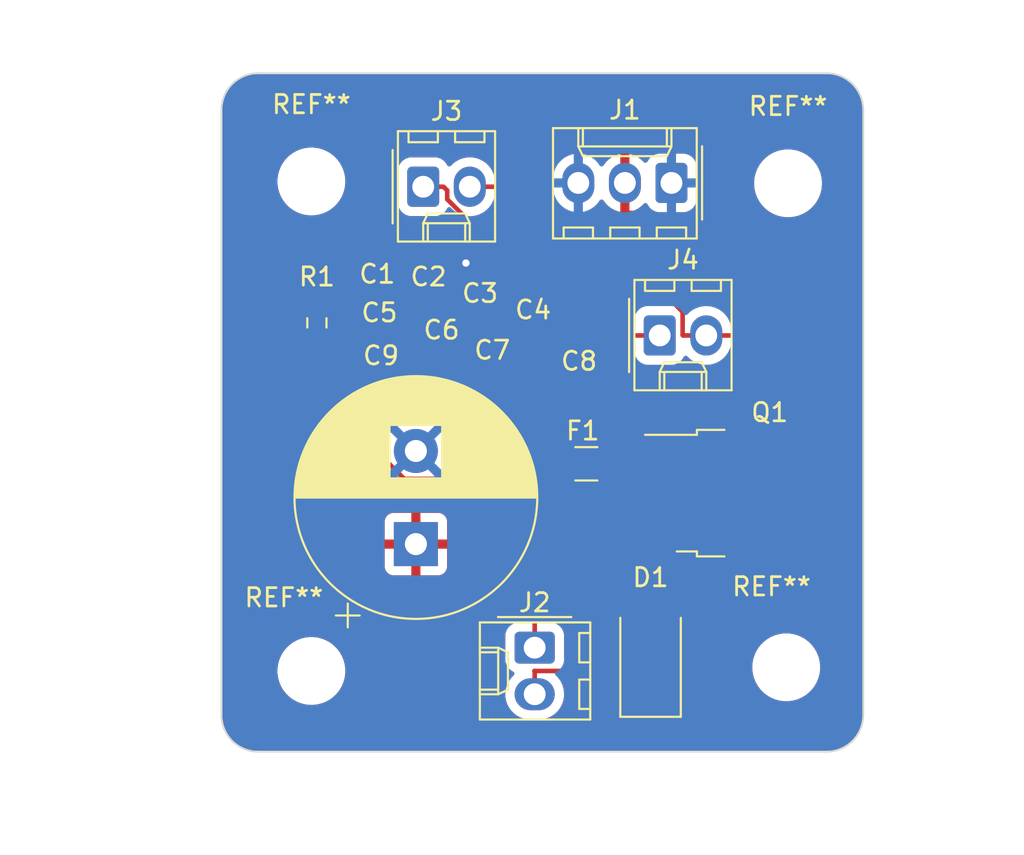
<source format=kicad_pcb>
(kicad_pcb (version 20240108) (generator "pcbnew") (generator_version "8.0")
  (title_block (title "proj2_horns") (date "2024-09-29") (rev "1.0") (company "Illini Solar Car") (comment 1 "Designed By: Isha Shah"))
  (layers (0 "F.Cu" signal) (31 "B.Cu" signal) (34 "B.Paste" user) (35 "F.Paste" user) (36 "B.SilkS" user "B.Silkscreen") (37 "F.SilkS" user "F.Silkscreen") (38 "B.Mask" user) (39 "F.Mask" user) (44 "Edge.Cuts" user))
  (net 0 "")
  (net 1 "Net-(C1-Pad2)")
  (net 2 "GND")
  (net 3 "+24V")
  (net 4 "Net-(D1-K)")
  (net 5 "/horn_ctl")
  (net 6 "Net-(Q1-S)")
  (net 7 "/horn out 1")
  (net 8 "/horn out 2")
  (footprint "MountingHole:MountingHole_3.2mm_M3" (layer "F.Cu") (at 158.9 81)
    (property "Reference" "REF**" (at 0 -4.2 0) (layer "F.SilkS"))
    (property "Value" "MountingHole_3.2mm_M3")
    (pad "" np_thru_hole circle (at 0 0) (size 3.2 3.2) (drill 3.2) (layers "*.Cu" "*.Mask"))
  )
  (footprint "Connector_Molex:Molex_KK-254_AE-6410-02A_1x02_P2.54mm_Vertical" (layer "F.Cu") (at 145.08 106.33 -90)
    (property "Reference" "J2" (at -2.46 0 0) (layer "F.SilkS"))
    (property "Value" "Conn_01x02")
    (fp_line (start -1.38 2.99) (end 3.92 2.99) (stroke (width 0.12)) (layer "F.SilkS"))
    (fp_line (start 0 2.99) (end 0 1.99) (stroke (width 0.12)) (layer "F.SilkS"))
    (fp_line (start 0.25 2.99) (end 0.25 1.99) (stroke (width 0.12)) (layer "F.SilkS"))
    (fp_line (start 2.29 2.99) (end 2.29 1.99) (stroke (width 0.12)) (layer "F.SilkS"))
    (fp_line (start 3.92 2.99) (end 3.92 -3.03) (stroke (width 0.12)) (layer "F.SilkS"))
    (fp_line (start 0 1.99) (end 2.54 1.99) (stroke (width 0.12)) (layer "F.SilkS"))
    (fp_line (start 0 1.99) (end 0.25 1.46) (stroke (width 0.12)) (layer "F.SilkS"))
    (fp_line (start 2.54 1.99) (end 2.54 2.99) (stroke (width 0.12)) (layer "F.SilkS"))
    (fp_line (start 0.25 1.46) (end 2.29 1.46) (stroke (width 0.12)) (layer "F.SilkS"))
    (fp_line (start 2.29 1.46) (end 2.54 1.99) (stroke (width 0.12)) (layer "F.SilkS"))
    (fp_line (start -1.67 -2) (end -1.67 2) (stroke (width 0.12)) (layer "F.SilkS"))
    (fp_line (start -0.8 -2.43) (end 0.8 -2.43) (stroke (width 0.12)) (layer "F.SilkS"))
    (fp_line (start 0.8 -2.43) (end 0.8 -3.03) (stroke (width 0.12)) (layer "F.SilkS"))
    (fp_line (start 1.74 -2.43) (end 3.34 -2.43) (stroke (width 0.12)) (layer "F.SilkS"))
    (fp_line (start 3.34 -2.43) (end 3.34 -3.03) (stroke (width 0.12)) (layer "F.SilkS"))
    (fp_line (start -1.38 -3.03) (end -1.38 2.99) (stroke (width 0.12)) (layer "F.SilkS"))
    (fp_line (start -0.8 -3.03) (end -0.8 -2.43) (stroke (width 0.12)) (layer "F.SilkS"))
    (fp_line (start 1.74 -3.03) (end 1.74 -2.43) (stroke (width 0.12)) (layer "F.SilkS"))
    (fp_line (start 3.92 -3.03) (end -1.38 -3.03) (stroke (width 0.12)) (layer "F.SilkS"))
    (pad "1" thru_hole roundrect (at 0 0 270) (size 1.74 2.19) (drill 1.19) (layers "*.Cu" "*.Mask") (roundrect_rratio 0.143678) (net 5 "/horn_ctl"))
    (pad "2" thru_hole oval (at 2.54 0 270) (size 1.74 2.19) (drill 1.19) (layers "*.Cu" "*.Mask") (net 4 "Net-(D1-K)"))
  )
  (footprint "layout:Fuse_1206_3216Metric" (layer "F.Cu") (at 147.9 96.3)
    (property "Reference" "F1" (at -0.2 -1.8 0) (layer "F.SilkS"))
    (property "Value" "2A")
    (fp_line (start -0.602064 -0.91) (end 0.602064 -0.91) (stroke (width 0.12)) (layer "F.SilkS"))
    (fp_line (start -0.602064 0.91) (end 0.602064 0.91) (stroke (width 0.12)) (layer "F.SilkS"))
    (pad "1" smd roundrect (at -1.4 0) (size 1.25 1.75) (layers "F.Cu" "F.Paste" "F.Mask") (roundrect_rratio 0.2) (net 5 "/horn_ctl"))
    (pad "2" smd roundrect (at 1.4 0) (size 1.25 1.75) (layers "F.Cu" "F.Paste" "F.Mask") (roundrect_rratio 0.2) (net 6 "Net-(Q1-S)"))
  )
  (footprint "Package_TO_SOT_SMD:TO-252-2" (layer "F.Cu") (at 156.4 97.9)
    (property "Reference" "Q1" (at 1.5 -4.4 180) (layer "F.SilkS"))
    (property "Value" "SUD08P06-155L")
    (fp_line (start -2.47 -3.45) (end -2.47 -3.18) (stroke (width 0.12)) (layer "F.SilkS"))
    (fp_line (start -2.47 -3.18) (end -5.3 -3.18) (stroke (width 0.12)) (layer "F.SilkS"))
    (fp_line (start -2.47 3.18) (end -3.57 3.18) (stroke (width 0.12)) (layer "F.SilkS"))
    (fp_line (start -2.47 3.45) (end -2.47 3.18) (stroke (width 0.12)) (layer "F.SilkS"))
    (fp_line (start -0.97 -3.45) (end -2.47 -3.45) (stroke (width 0.12)) (layer "F.SilkS"))
    (fp_line (start -0.97 3.45) (end -2.47 3.45) (stroke (width 0.12)) (layer "F.SilkS"))
    (pad "1" smd rect (at -4.2 -2.28) (size 2.2 1.2) (layers "F.Cu" "F.Paste" "F.Mask") (net 2 "GND"))
    (pad "2" smd rect (at 2.1 0) (size 6.4 5.8) (layers "F.Cu" "F.Mask") (net 7 "/horn out 1"))
    (pad "3" smd rect (at -4.2 2.28) (size 2.2 1.2) (layers "F.Cu" "F.Paste" "F.Mask") (net 6 "Net-(Q1-S)"))
  )
  (footprint "Capacitor_SMD:C_0201_0603Metric_Pad0.64x0.40mm_HandSolder" (layer "F.Cu") (at 146.7 91.9)
    (property "Reference" "C8" (at 0.8 -1.2 180) (layer "F.SilkS"))
    (property "Value" "10uF")
    (pad "1" smd roundrect (at -0.4075 0) (size 0.635 0.4) (layers "F.Cu" "F.Mask") (net 2 "GND"))
    (pad "2" smd roundrect (at 0.4075 0) (size 0.635 0.4) (layers "F.Cu" "F.Mask") (net 3 "+24V"))
  )
  (footprint "MountingHole:MountingHole_3.2mm_M3" (layer "F.Cu") (at 132.9 107.6)
    (property "Reference" "REF**" (at -1.5 -4 0) (layer "F.SilkS"))
    (property "Value" "MountingHole_3.2mm_M3")
    (pad "" np_thru_hole circle (at 0 0) (size 3.2 3.2) (drill 3.2) (layers "*.Cu" "*.Mask"))
  )
  (footprint "Connector_Molex:Molex_KK-254_AE-6410-03A_1x03_P2.54mm_Vertical" (layer "F.Cu") (at 152.54 80.98 180)
    (property "Reference" "J1" (at 2.54 3.98 180) (layer "F.SilkS"))
    (property "Value" "Conn_01x03")
    (fp_line (start 6.46 2.99) (end 6.46 -3.03) (stroke (width 0.12)) (layer "F.SilkS"))
    (fp_line (start 6.46 -3.03) (end -1.38 -3.03) (stroke (width 0.12)) (layer "F.SilkS"))
    (fp_line (start 5.88 -2.43) (end 5.88 -3.03) (stroke (width 0.12)) (layer "F.SilkS"))
    (fp_line (start 5.08 1.99) (end 5.08 2.99) (stroke (width 0.12)) (layer "F.SilkS"))
    (fp_line (start 4.83 2.99) (end 4.83 1.99) (stroke (width 0.12)) (layer "F.SilkS"))
    (fp_line (start 4.83 1.46) (end 5.08 1.99) (stroke (width 0.12)) (layer "F.SilkS"))
    (fp_line (start 4.28 -2.43) (end 5.88 -2.43) (stroke (width 0.12)) (layer "F.SilkS"))
    (fp_line (start 4.28 -3.03) (end 4.28 -2.43) (stroke (width 0.12)) (layer "F.SilkS"))
    (fp_line (start 3.34 -2.43) (end 3.34 -3.03) (stroke (width 0.12)) (layer "F.SilkS"))
    (fp_line (start 1.74 -2.43) (end 3.34 -2.43) (stroke (width 0.12)) (layer "F.SilkS"))
    (fp_line (start 1.74 -3.03) (end 1.74 -2.43) (stroke (width 0.12)) (layer "F.SilkS"))
    (fp_line (start 0.8 -2.43) (end 0.8 -3.03) (stroke (width 0.12)) (layer "F.SilkS"))
    (fp_line (start 0.25 2.99) (end 0.25 1.99) (stroke (width 0.12)) (layer "F.SilkS"))
    (fp_line (start 0.25 1.46) (end 4.83 1.46) (stroke (width 0.12)) (layer "F.SilkS"))
    (fp_line (start 0 2.99) (end 0 1.99) (stroke (width 0.12)) (layer "F.SilkS"))
    (fp_line (start 0 1.99) (end 5.08 1.99) (stroke (width 0.12)) (layer "F.SilkS"))
    (fp_line (start 0 1.99) (end 0.25 1.46) (stroke (width 0.12)) (layer "F.SilkS"))
    (fp_line (start -0.8 -2.43) (end 0.8 -2.43) (stroke (width 0.12)) (layer "F.SilkS"))
    (fp_line (start -0.8 -3.03) (end -0.8 -2.43) (stroke (width 0.12)) (layer "F.SilkS"))
    (fp_line (start -1.38 2.99) (end 6.46 2.99) (stroke (width 0.12)) (layer "F.SilkS"))
    (fp_line (start -1.38 -3.03) (end -1.38 2.99) (stroke (width 0.12)) (layer "F.SilkS"))
    (fp_line (start -1.67 -2) (end -1.67 2) (stroke (width 0.12)) (layer "F.SilkS"))
    (pad "1" thru_hole roundrect (at 0 0 180) (size 1.74 2.19) (drill 1.19) (layers "*.Cu" "*.Mask") (roundrect_rratio 0.143678) (net 2 "GND"))
    (pad "2" thru_hole oval (at 2.54 0 180) (size 1.74 2.19) (drill 1.19) (layers "*.Cu" "*.Mask") (net 3 "+24V"))
    (pad "3" thru_hole oval (at 5.08 0 180) (size 1.74 2.19) (drill 1.19) (layers "*.Cu" "*.Mask") (net 2 "GND"))
  )
  (footprint "Capacitor_SMD:C_0201_0603Metric_Pad0.64x0.40mm_HandSolder" (layer "F.Cu") (at 145.1 88.9)
    (property "Reference" "C4" (at -0.1075 -1 0) (layer "F.SilkS"))
    (property "Value" ".1uF")
    (pad "1" smd roundrect (at -0.4075 0) (size 0.635 0.4) (layers "F.Cu" "F.Mask") (net 2 "GND"))
    (pad "2" smd roundrect (at 0.4075 0) (size 0.635 0.4) (layers "F.Cu" "F.Mask") (net 3 "+24V"))
  )
  (footprint "Capacitor_SMD:C_0201_0603Metric_Pad0.64x0.40mm_HandSolder" (layer "F.Cu") (at 142.1675 88)
    (property "Reference" "C3" (at -0.0675 -1 0) (layer "F.SilkS"))
    (property "Value" ".1uF")
    (pad "1" smd roundrect (at -0.4075 0) (size 0.635 0.4) (layers "F.Cu" "F.Mask") (net 2 "GND"))
    (pad "2" smd roundrect (at 0.4075 0) (size 0.635 0.4) (layers "F.Cu" "F.Mask") (net 3 "+24V"))
  )
  (footprint "Capacitor_SMD:C_0201_0603Metric_Pad0.64x0.40mm_HandSolder" (layer "F.Cu") (at 136.6925 89.1)
    (property "Reference" "C5" (at -0.0825 -1.04 0) (layer "F.SilkS"))
    (property "Value" "1uF")
    (pad "1" smd roundrect (at -0.4075 0) (size 0.635 0.4) (layers "F.Cu" "F.Mask") (net 2 "GND"))
    (pad "2" smd roundrect (at 0.4075 0) (size 0.635 0.4) (layers "F.Cu" "F.Mask") (net 3 "+24V"))
  )
  (footprint "Diode_SMD:D_SMA" (layer "F.Cu") (at 151.4 106.7 90)
    (property "Reference" "D1" (at 4.2 0 180) (layer "F.SilkS"))
    (property "Value" "US2DA")
    (fp_line (start -3.4 -1.65) (end 2 -1.65) (stroke (width 0.12)) (layer "F.SilkS"))
    (fp_line (start -3.4 -1.65) (end -3.4 1.65) (stroke (width 0.12)) (layer "F.SilkS"))
    (fp_line (start -3.4 1.65) (end 2 1.65) (stroke (width 0.12)) (layer "F.SilkS"))
    (pad "1" smd rect (at -2 0 90) (size 2.5 1.8) (layers "F.Cu" "F.Paste" "F.Mask") (net 4 "Net-(D1-K)"))
    (pad "2" smd rect (at 2 0 90) (size 2.5 1.8) (layers "F.Cu" "F.Paste" "F.Mask") (net 3 "+24V"))
  )
  (footprint "layout:CP_Radial_D13.0mm_P5.08mm" (layer "F.Cu") (at 138.6 100.68 90)
    (property "Reference" "C9" (at 10.28 -1.9 180) (layer "F.SilkS"))
    (property "Value" "C_Polarized 100uF")
    (fp_line (start 2.62 -6.58) (end 2.62 6.58) (stroke (width 0.12)) (layer "F.SilkS"))
    (fp_line (start 2.58 -6.58) (end 2.58 6.58) (stroke (width 0.12)) (layer "F.SilkS"))
    (fp_line (start 2.54 -6.58) (end 2.54 6.58) (stroke (width 0.12)) (layer "F.SilkS"))
    (fp_line (start 2.7 -6.579) (end 2.7 6.579) (stroke (width 0.12)) (layer "F.SilkS"))
    (fp_line (start 2.66 -6.579) (end 2.66 6.579) (stroke (width 0.12)) (layer "F.SilkS"))
    (fp_line (start 2.74 -6.577) (end 2.74 6.577) (stroke (width 0.12)) (layer "F.SilkS"))
    (fp_line (start 2.78 -6.576) (end 2.78 6.576) (stroke (width 0.12)) (layer "F.SilkS"))
    (fp_line (start 2.82 -6.575) (end 2.82 6.575) (stroke (width 0.12)) (layer "F.SilkS"))
    (fp_line (start 2.86 -6.573) (end 2.86 6.573) (stroke (width 0.12)) (layer "F.SilkS"))
    (fp_line (start 2.9 -6.571) (end 2.9 6.571) (stroke (width 0.12)) (layer "F.SilkS"))
    (fp_line (start 2.94 -6.568) (end 2.94 6.568) (stroke (width 0.12)) (layer "F.SilkS"))
    (fp_line (start 2.98 -6.566) (end 2.98 6.566) (stroke (width 0.12)) (layer "F.SilkS"))
    (fp_line (start 3.02 -6.563) (end 3.02 6.563) (stroke (width 0.12)) (layer "F.SilkS"))
    (fp_line (start 3.06 -6.56) (end 3.06 6.56) (stroke (width 0.12)) (layer "F.SilkS"))
    (fp_line (start 3.1 -6.557) (end 3.1 6.557) (stroke (width 0.12)) (layer "F.SilkS"))
    (fp_line (start 3.14 -6.553) (end 3.14 6.553) (stroke (width 0.12)) (layer "F.SilkS"))
    (fp_line (start 3.18 -6.549) (end 3.18 6.549) (stroke (width 0.12)) (layer "F.SilkS"))
    (fp_line (start 3.22 -6.545) (end 3.22 6.545) (stroke (width 0.12)) (layer "F.SilkS"))
    (fp_line (start 3.261 -6.541) (end 3.261 6.541) (stroke (width 0.12)) (layer "F.SilkS"))
    (fp_line (start 3.301 -6.537) (end 3.301 6.537) (stroke (width 0.12)) (layer "F.SilkS"))
    (fp_line (start 3.341 -6.532) (end 3.341 6.532) (stroke (width 0.12)) (layer "F.SilkS"))
    (fp_line (start 3.381 -6.527) (end 3.381 6.527) (stroke (width 0.12)) (layer "F.SilkS"))
    (fp_line (start 3.421 -6.522) (end 3.421 6.522) (stroke (width 0.12)) (layer "F.SilkS"))
    (fp_line (start 3.461 -6.516) (end 3.461 6.516) (stroke (width 0.12)) (layer "F.SilkS"))
    (fp_line (start 3.501 -6.511) (end 3.501 6.511) (stroke (width 0.12)) (layer "F.SilkS"))
    (fp_line (start 3.541 -6.505) (end 3.541 6.505) (stroke (width 0.12)) (layer "F.SilkS"))
    (fp_line (start 3.581 -6.498) (end 3.581 6.498) (stroke (width 0.12)) (layer "F.SilkS"))
    (fp_line (start 3.621 -6.492) (end 3.621 -1.44) (stroke (width 0.12)) (layer "F.SilkS"))
    (fp_line (start 3.661 -6.485) (end 3.661 -1.44) (stroke (width 0.12)) (layer "F.SilkS"))
    (fp_line (start 3.701 -6.478) (end 3.701 -1.44) (stroke (width 0.12)) (layer "F.SilkS"))
    (fp_line (start 3.741 -6.471) (end 3.741 -1.44) (stroke (width 0.12)) (layer "F.SilkS"))
    (fp_line (start 3.781 -6.463) (end 3.781 -1.44) (stroke (width 0.12)) (layer "F.SilkS"))
    (fp_line (start 3.821 -6.456) (end 3.821 -1.44) (stroke (width 0.12)) (layer "F.SilkS"))
    (fp_line (start 3.861 -6.448) (end 3.861 -1.44) (stroke (width 0.12)) (layer "F.SilkS"))
    (fp_line (start 3.901 -6.439) (end 3.901 -1.44) (stroke (width 0.12)) (layer "F.SilkS"))
    (fp_line (start 3.941 -6.431) (end 3.941 -1.44) (stroke (width 0.12)) (layer "F.SilkS"))
    (fp_line (start 3.981 -6.422) (end 3.981 -1.44) (stroke (width 0.12)) (layer "F.SilkS"))
    (fp_line (start 4.021 -6.413) (end 4.021 -1.44) (stroke (width 0.12)) (layer "F.SilkS"))
    (fp_line (start 4.061 -6.404) (end 4.061 -1.44) (stroke (width 0.12)) (layer "F.SilkS"))
    (fp_line (start 4.101 -6.394) (end 4.101 -1.44) (stroke (width 0.12)) (layer "F.SilkS"))
    (fp_line (start 4.141 -6.384) (end 4.141 -1.44) (stroke (width 0.12)) (layer "F.SilkS"))
    (fp_line (start 4.181 -6.374) (end 4.181 -1.44) (stroke (width 0.12)) (layer "F.SilkS"))
    (fp_line (start 4.221 -6.364) (end 4.221 -1.44) (stroke (width 0.12)) (layer "F.SilkS"))
    (fp_line (start 4.261 -6.353) (end 4.261 -1.44) (stroke (width 0.12)) (layer "F.SilkS"))
    (fp_line (start 4.301 -6.342) (end 4.301 -1.44) (stroke (width 0.12)) (layer "F.SilkS"))
    (fp_line (start 4.341 -6.331) (end 4.341 -1.44) (stroke (width 0.12)) (layer "F.SilkS"))
    (fp_line (start 4.381 -6.32) (end 4.381 -1.44) (stroke (width 0.12)) (layer "F.SilkS"))
    (fp_line (start 4.421 -6.308) (end 4.421 -1.44) (stroke (width 0.12)) (layer "F.SilkS"))
    (fp_line (start 4.461 -6.296) (end 4.461 -1.44) (stroke (width 0.12)) (layer "F.SilkS"))
    (fp_line (start 4.501 -6.284) (end 4.501 -1.44) (stroke (width 0.12)) (layer "F.SilkS"))
    (fp_line (start 4.541 -6.271) (end 4.541 -1.44) (stroke (width 0.12)) (layer "F.SilkS"))
    (fp_line (start 4.581 -6.258) (end 4.581 -1.44) (stroke (width 0.12)) (layer "F.SilkS"))
    (fp_line (start 4.621 -6.245) (end 4.621 -1.44) (stroke (width 0.12)) (layer "F.SilkS"))
    (fp_line (start 4.661 -6.232) (end 4.661 -1.44) (stroke (width 0.12)) (layer "F.SilkS"))
    (fp_line (start 4.701 -6.218) (end 4.701 -1.44) (stroke (width 0.12)) (layer "F.SilkS"))
    (fp_line (start 4.741 -6.204) (end 4.741 -1.44) (stroke (width 0.12)) (layer "F.SilkS"))
    (fp_line (start 4.781 -6.19) (end 4.781 -1.44) (stroke (width 0.12)) (layer "F.SilkS"))
    (fp_line (start 4.821 -6.175) (end 4.821 -1.44) (stroke (width 0.12)) (layer "F.SilkS"))
    (fp_line (start 4.861 -6.161) (end 4.861 -1.44) (stroke (width 0.12)) (layer "F.SilkS"))
    (fp_line (start 4.901 -6.146) (end 4.901 -1.44) (stroke (width 0.12)) (layer "F.SilkS"))
    (fp_line (start 4.941 -6.13) (end 4.941 -1.44) (stroke (width 0.12)) (layer "F.SilkS"))
    (fp_line (start 4.981 -6.114) (end 4.981 -1.44) (stroke (width 0.12)) (layer "F.SilkS"))
    (fp_line (start 5.021 -6.098) (end 5.021 -1.44) (stroke (width 0.12)) (layer "F.SilkS"))
    (fp_line (start 5.061 -6.082) (end 5.061 -1.44) (stroke (width 0.12)) (layer "F.SilkS"))
    (fp_line (start 5.101 -6.065) (end 5.101 -1.44) (stroke (width 0.12)) (layer "F.SilkS"))
    (fp_line (start 5.141 -6.049) (end 5.141 -1.44) (stroke (width 0.12)) (layer "F.SilkS"))
    (fp_line (start 5.181 -6.031) (end 5.181 -1.44) (stroke (width 0.12)) (layer "F.SilkS"))
    (fp_line (start 5.221 -6.014) (end 5.221 -1.44) (stroke (width 0.12)) (layer "F.SilkS"))
    (fp_line (start 5.261 -5.996) (end 5.261 -1.44) (stroke (width 0.12)) (layer "F.SilkS"))
    (fp_line (start 5.301 -5.978) (end 5.301 -1.44) (stroke (width 0.12)) (layer "F.SilkS"))
    (fp_line (start 5.341 -5.959) (end 5.341 -1.44) (stroke (width 0.12)) (layer "F.SilkS"))
    (fp_line (start 5.381 -5.94) (end 5.381 -1.44) (stroke (width 0.12)) (layer "F.SilkS"))
    (fp_line (start 5.421 -5.921) (end 5.421 -1.44) (stroke (width 0.12)) (layer "F.SilkS"))
    (fp_line (start 5.461 -5.902) (end 5.461 -1.44) (stroke (width 0.12)) (layer "F.SilkS"))
    (fp_line (start 5.501 -5.882) (end 5.501 -1.44) (stroke (width 0.12)) (layer "F.SilkS"))
    (fp_line (start 5.541 -5.862) (end 5.541 -1.44) (stroke (width 0.12)) (layer "F.SilkS"))
    (fp_line (start 5.581 -5.841) (end 5.581 -1.44) (stroke (width 0.12)) (layer "F.SilkS"))
    (fp_line (start 5.621 -5.82) (end 5.621 -1.44) (stroke (width 0.12)) (layer "F.SilkS"))
    (fp_line (start 5.661 -5.799) (end 5.661 -1.44) (stroke (width 0.12)) (layer "F.SilkS"))
    (fp_line (start 5.701 -5.778) (end 5.701 -1.44) (stroke (width 0.12)) (layer "F.SilkS"))
    (fp_line (start 5.741 -5.756) (end 5.741 -1.44) (stroke (width 0.12)) (layer "F.SilkS"))
    (fp_line (start 5.781 -5.733) (end 5.781 -1.44) (stroke (width 0.12)) (layer "F.SilkS"))
    (fp_line (start 5.821 -5.711) (end 5.821 -1.44) (stroke (width 0.12)) (layer "F.SilkS"))
    (fp_line (start 5.861 -5.688) (end 5.861 -1.44) (stroke (width 0.12)) (layer "F.SilkS"))
    (fp_line (start 5.901 -5.664) (end 5.901 -1.44) (stroke (width 0.12)) (layer "F.SilkS"))
    (fp_line (start 5.941 -5.641) (end 5.941 -1.44) (stroke (width 0.12)) (layer "F.SilkS"))
    (fp_line (start 5.981 -5.617) (end 5.981 -1.44) (stroke (width 0.12)) (layer "F.SilkS"))
    (fp_line (start 6.021 -5.592) (end 6.021 -1.44) (stroke (width 0.12)) (layer "F.SilkS"))
    (fp_line (start 6.061 -5.567) (end 6.061 -1.44) (stroke (width 0.12)) (layer "F.SilkS"))
    (fp_line (start 6.101 -5.542) (end 6.101 -1.44) (stroke (width 0.12)) (layer "F.SilkS"))
    (fp_line (start 6.141 -5.516) (end 6.141 -1.44) (stroke (width 0.12)) (layer "F.SilkS"))
    (fp_line (start 6.181 -5.49) (end 6.181 -1.44) (stroke (width 0.12)) (layer "F.SilkS"))
    (fp_line (start 6.221 -5.463) (end 6.221 -1.44) (stroke (width 0.12)) (layer "F.SilkS"))
    (fp_line (start 6.261 -5.436) (end 6.261 -1.44) (stroke (width 0.12)) (layer "F.SilkS"))
    (fp_line (start 6.301 -5.409) (end 6.301 -1.44) (stroke (width 0.12)) (layer "F.SilkS"))
    (fp_line (start 6.341 -5.381) (end 6.341 -1.44) (stroke (width 0.12)) (layer "F.SilkS"))
    (fp_line (start 6.381 -5.353) (end 6.381 -1.44) (stroke (width 0.12)) (layer "F.SilkS"))
    (fp_line (start 6.421 -5.324) (end 6.421 -1.44) (stroke (width 0.12)) (layer "F.SilkS"))
    (fp_line (start 6.461 -5.295) (end 6.461 -1.44) (stroke (width 0.12)) (layer "F.SilkS"))
    (fp_line (start 6.501 -5.265) (end 6.501 5.265) (stroke (width 0.12)) (layer "F.SilkS"))
    (fp_line (start 6.541 -5.235) (end 6.541 5.235) (stroke (width 0.12)) (layer "F.SilkS"))
    (fp_line (start 6.581 -5.205) (end 6.581 5.205) (stroke (width 0.12)) (layer "F.SilkS"))
    (fp_line (start 6.621 -5.174) (end 6.621 5.174) (stroke (width 0.12)) (layer "F.SilkS"))
    (fp_line (start 6.661 -5.142) (end 6.661 5.142) (stroke (width 0.12)) (layer "F.SilkS"))
    (fp_line (start 6.701 -5.11) (end 6.701 5.11) (stroke (width 0.12)) (layer "F.SilkS"))
    (fp_line (start 6.741 -5.078) (end 6.741 5.078) (stroke (width 0.12)) (layer "F.SilkS"))
    (fp_line (start 6.781 -5.044) (end 6.781 5.044) (stroke (width 0.12)) (layer "F.SilkS"))
    (fp_line (start 6.821 -5.011) (end 6.821 5.011) (stroke (width 0.12)) (layer "F.SilkS"))
    (fp_line (start 6.861 -4.977) (end 6.861 4.977) (stroke (width 0.12)) (layer "F.SilkS"))
    (fp_line (start 6.901 -4.942) (end 6.901 4.942) (stroke (width 0.12)) (layer "F.SilkS"))
    (fp_line (start 6.941 -4.907) (end 6.941 4.907) (stroke (width 0.12)) (layer "F.SilkS"))
    (fp_line (start 6.981 -4.871) (end 6.981 4.871) (stroke (width 0.12)) (layer "F.SilkS"))
    (fp_line (start 7.021 -4.834) (end 7.021 4.834) (stroke (width 0.12)) (layer "F.SilkS"))
    (fp_line (start 7.061 -4.797) (end 7.061 4.797) (stroke (width 0.12)) (layer "F.SilkS"))
    (fp_line (start 7.101 -4.76) (end 7.101 4.76) (stroke (width 0.12)) (layer "F.SilkS"))
    (fp_line (start 7.141 -4.721) (end 7.141 4.721) (stroke (width 0.12)) (layer "F.SilkS"))
    (fp_line (start 7.181 -4.682) (end 7.181 4.682) (stroke (width 0.12)) (layer "F.SilkS"))
    (fp_line (start 7.221 -4.643) (end 7.221 4.643) (stroke (width 0.12)) (layer "F.SilkS"))
    (fp_line (start 7.261 -4.602) (end 7.261 4.602) (stroke (width 0.12)) (layer "F.SilkS"))
    (fp_line (start 7.301 -4.561) (end 7.301 4.561) (stroke (width 0.12)) (layer "F.SilkS"))
    (fp_line (start 7.341 -4.519) (end 7.341 4.519) (stroke (width 0.12)) (layer "F.SilkS"))
    (fp_line (start 7.381 -4.477) (end 7.381 4.477) (stroke (width 0.12)) (layer "F.SilkS"))
    (fp_line (start 7.421 -4.434) (end 7.421 4.434) (stroke (width 0.12)) (layer "F.SilkS"))
    (fp_line (start 7.461 -4.39) (end 7.461 4.39) (stroke (width 0.12)) (layer "F.SilkS"))
    (fp_line (start -3.894569 -4.365) (end -3.894569 -3.065) (stroke (width 0.12)) (layer "F.SilkS"))
    (fp_line (start 7.501 -4.345) (end 7.501 4.345) (stroke (width 0.12)) (layer "F.SilkS"))
    (fp_line (start 7.541 -4.299) (end 7.541 4.299) (stroke (width 0.12)) (layer "F.SilkS"))
    (fp_line (start 7.581 -4.253) (end 7.581 4.253) (stroke (width 0.12)) (layer "F.SilkS"))
    (fp_line (start 7.621 -4.205) (end 7.621 4.205) (stroke (width 0.12)) (layer "F.SilkS"))
    (fp_line (start 7.661 -4.157) (end 7.661 4.157) (stroke (width 0.12)) (layer "F.SilkS"))
    (fp_line (start 7.701 -4.108) (end 7.701 4.108) (stroke (width 0.12)) (layer "F.SilkS"))
    (fp_line (start 7.741 -4.057) (end 7.741 4.057) (stroke (width 0.12)) (layer "F.SilkS"))
    (fp_line (start 7.781 -4.006) (end 7.781 4.006) (stroke (width 0.12)) (layer "F.SilkS"))
    (fp_line (start 7.821 -3.954) (end 7.821 3.954) (stroke (width 0.12)) (layer "F.SilkS"))
    (fp_line (start 7.861 -3.9) (end 7.861 3.9) (stroke (width 0.12)) (layer "F.SilkS"))
    (fp_line (start 7.901 -3.846) (end 7.901 3.846) (stroke (width 0.12)) (layer "F.SilkS"))
    (fp_line (start 7.941 -3.79) (end 7.941 3.79) (stroke (width 0.12)) (layer "F.SilkS"))
    (fp_line (start 7.981 -3.733) (end 7.981 3.733) (stroke (width 0.12)) (layer "F.SilkS"))
    (fp_line (start -4.544569 -3.715) (end -3.244569 -3.715) (stroke (width 0.12)) (layer "F.SilkS"))
    (fp_line (start 8.021 -3.675) (end 8.021 3.675) (stroke (width 0.12)) (layer "F.SilkS"))
    (fp_line (start 8.061 -3.615) (end 8.061 3.615) (stroke (width 0.12)) (layer "F.SilkS"))
    (fp_line (start 8.101 -3.554) (end 8.101 3.554) (stroke (width 0.12)) (layer "F.SilkS"))
    (fp_line (start 8.141 -3.491) (end 8.141 3.491) (stroke (width 0.12)) (layer "F.SilkS"))
    (fp_line (start 8.181 -3.427) (end 8.181 3.427) (stroke (width 0.12)) (layer "F.SilkS"))
    (fp_line (start 8.221 -3.361) (end 8.221 3.361) (stroke (width 0.12)) (layer "F.SilkS"))
    (fp_line (start 8.261 -3.293) (end 8.261 3.293) (stroke (width 0.12)) (layer "F.SilkS"))
    (fp_line (start 8.301 -3.223) (end 8.301 3.223) (stroke (width 0.12)) (layer "F.SilkS"))
    (fp_line (start 8.341 -3.152) (end 8.341 3.152) (stroke (width 0.12)) (layer "F.SilkS"))
    (fp_line (start 8.381 -3.078) (end 8.381 3.078) (stroke (width 0.12)) (layer "F.SilkS"))
    (fp_line (start 8.421 -3.002) (end 8.421 3.002) (stroke (width 0.12)) (layer "F.SilkS"))
    (fp_line (start 8.461 -2.923) (end 8.461 2.923) (stroke (width 0.12)) (layer "F.SilkS"))
    (fp_line (start 8.501 -2.842) (end 8.501 2.842) (stroke (width 0.12)) (layer "F.SilkS"))
    (fp_line (start 8.541 -2.758) (end 8.541 2.758) (stroke (width 0.12)) (layer "F.SilkS"))
    (fp_line (start 8.581 -2.67) (end 8.581 2.67) (stroke (width 0.12)) (layer "F.SilkS"))
    (fp_line (start 8.621 -2.579) (end 8.621 2.579) (stroke (width 0.12)) (layer "F.SilkS"))
    (fp_line (start 8.661 -2.484) (end 8.661 2.484) (stroke (width 0.12)) (layer "F.SilkS"))
    (fp_line (start 8.701 -2.385) (end 8.701 2.385) (stroke (width 0.12)) (layer "F.SilkS"))
    (fp_line (start 8.741 -2.281) (end 8.741 2.281) (stroke (width 0.12)) (layer "F.SilkS"))
    (fp_line (start 8.781 -2.171) (end 8.781 2.171) (stroke (width 0.12)) (layer "F.SilkS"))
    (fp_line (start 8.821 -2.055) (end 8.821 2.055) (stroke (width 0.12)) (layer "F.SilkS"))
    (fp_line (start 8.861 -1.931) (end 8.861 1.931) (stroke (width 0.12)) (layer "F.SilkS"))
    (fp_line (start 8.901 -1.798) (end 8.901 1.798) (stroke (width 0.12)) (layer "F.SilkS"))
    (fp_line (start 8.941 -1.653) (end 8.941 1.653) (stroke (width 0.12)) (layer "F.SilkS"))
    (fp_line (start 8.981 -1.494) (end 8.981 1.494) (stroke (width 0.12)) (layer "F.SilkS"))
    (fp_line (start 9.021 -1.315) (end 9.021 1.315) (stroke (width 0.12)) (layer "F.SilkS"))
    (fp_line (start 9.061 -1.107) (end 9.061 1.107) (stroke (width 0.12)) (layer "F.SilkS"))
    (fp_line (start 9.101 -0.85) (end 9.101 0.85) (stroke (width 0.12)) (layer "F.SilkS"))
    (fp_line (start 9.141 -0.475) (end 9.141 0.475) (stroke (width 0.12)) (layer "F.SilkS"))
    (fp_line (start 6.461 1.44) (end 6.461 5.295) (stroke (width 0.12)) (layer "F.SilkS"))
    (fp_line (start 6.421 1.44) (end 6.421 5.324) (stroke (width 0.12)) (layer "F.SilkS"))
    (fp_line (start 6.381 1.44) (end 6.381 5.353) (stroke (width 0.12)) (layer "F.SilkS"))
    (fp_line (start 6.341 1.44) (end 6.341 5.381) (stroke (width 0.12)) (layer "F.SilkS"))
    (fp_line (start 6.301 1.44) (end 6.301 5.409) (stroke (width 0.12)) (layer "F.SilkS"))
    (fp_line (start 6.261 1.44) (end 6.261 5.436) (stroke (width 0.12)) (layer "F.SilkS"))
    (fp_line (start 6.221 1.44) (end 6.221 5.463) (stroke (width 0.12)) (layer "F.SilkS"))
    (fp_line (start 6.181 1.44) (end 6.181 5.49) (stroke (width 0.12)) (layer "F.SilkS"))
    (fp_line (start 6.141 1.44) (end 6.141 5.516) (stroke (width 0.12)) (layer "F.SilkS"))
    (fp_line (start 6.101 1.44) (end 6.101 5.542) (stroke (width 0.12)) (layer "F.SilkS"))
    (fp_line (start 6.061 1.44) (end 6.061 5.567) (stroke (width 0.12)) (layer "F.SilkS"))
    (fp_line (start 6.021 1.44) (end 6.021 5.592) (stroke (width 0.12)) (layer "F.SilkS"))
    (fp_line (start 5.981 1.44) (end 5.981 5.617) (stroke (width 0.12)) (layer "F.SilkS"))
    (fp_line (start 5.941 1.44) (end 5.941 5.641) (stroke (width 0.12)) (layer "F.SilkS"))
    (fp_line (start 5.901 1.44) (end 5.901 5.664) (stroke (width 0.12)) (layer "F.SilkS"))
    (fp_line (start 5.861 1.44) (end 5.861 5.688) (stroke (width 0.12)) (layer "F.SilkS"))
    (fp_line (start 5.821 1.44) (end 5.821 5.711) (stroke (width 0.12)) (layer "F.SilkS"))
    (fp_line (start 5.781 1.44) (end 5.781 5.733) (stroke (width 0.12)) (layer "F.SilkS"))
    (fp_line (start 5.741 1.44) (end 5.741 5.756) (stroke (width 0.12)) (layer "F.SilkS"))
    (fp_line (start 5.701 1.44) (end 5.701 5.778) (stroke (width 0.12)) (layer "F.SilkS"))
    (fp_line (start 5.661 1.44) (end 5.661 5.799) (stroke (width 0.12)) (layer "F.SilkS"))
    (fp_line (start 5.621 1.44) (end 5.621 5.82) (stroke (width 0.12)) (layer "F.SilkS"))
    (fp_line (start 5.581 1.44) (end 5.581 5.841) (stroke (width 0.12)) (layer "F.SilkS"))
    (fp_line (start 5.541 1.44) (end 5.541 5.862) (stroke (width 0.12)) (layer "F.SilkS"))
    (fp_line (start 5.501 1.44) (end 5.501 5.882) (stroke (width 0.12)) (layer "F.SilkS"))
    (fp_line (start 5.461 1.44) (end 5.461 5.902) (stroke (width 0.12)) (layer "F.SilkS"))
    (fp_line (start 5.421 1.44) (end 5.421 5.921) (stroke (width 0.12)) (layer "F.SilkS"))
    (fp_line (start 5.381 1.44) (end 5.381 5.94) (stroke (width 0.12)) (layer "F.SilkS"))
    (fp_line (start 5.341 1.44) (end 5.341 5.959) (stroke (width 0.12)) (layer "F.SilkS"))
    (fp_line (start 5.301 1.44) (end 5.301 5.978) (stroke (width 0.12)) (layer "F.SilkS"))
    (fp_line (start 5.261 1.44) (end 5.261 5.996) (stroke (width 0.12)) (layer "F.SilkS"))
    (fp_line (start 5.221 1.44) (end 5.221 6.014) (stroke (width 0.12)) (layer "F.SilkS"))
    (fp_line (start 5.181 1.44) (end 5.181 6.031) (stroke (width 0.12)) (layer "F.SilkS"))
    (fp_line (start 5.141 1.44) (end 5.141 6.049) (stroke (width 0.12)) (layer "F.SilkS"))
    (fp_line (start 5.101 1.44) (end 5.101 6.065) (stroke (width 0.12)) (layer "F.SilkS"))
    (fp_line (start 5.061 1.44) (end 5.061 6.082) (stroke (width 0.12)) (layer "F.SilkS"))
    (fp_line (start 5.021 1.44) (end 5.021 6.098) (stroke (width 0.12)) (layer "F.SilkS"))
    (fp_line (start 4.981 1.44) (end 4.981 6.114) (stroke (width 0.12)) (layer "F.SilkS"))
    (fp_line (start 4.941 1.44) (end 4.941 6.13) (stroke (width 0.12)) (layer "F.SilkS"))
    (fp_line (start 4.901 1.44) (end 4.901 6.146) (stroke (width 0.12)) (layer "F.SilkS"))
    (fp_line (start 4.861 1.44) (end 4.861 6.161) (stroke (width 0.12)) (layer "F.SilkS"))
    (fp_line (start 4.821 1.44) (end 4.821 6.175) (stroke (width 0.12)) (layer "F.SilkS"))
    (fp_line (start 4.781 1.44) (end 4.781 6.19) (stroke (width 0.12)) (layer "F.SilkS"))
    (fp_line (start 4.741 1.44) (end 4.741 6.204) (stroke (width 0.12)) (layer "F.SilkS"))
    (fp_line (start 4.701 1.44) (end 4.701 6.218) (stroke (width 0.12)) (layer "F.SilkS"))
    (fp_line (start 4.661 1.44) (end 4.661 6.232) (stroke (width 0.12)) (layer "F.SilkS"))
    (fp_line (start 4.621 1.44) (end 4.621 6.245) (stroke (width 0.12)) (layer "F.SilkS"))
    (fp_line (start 4.581 1.44) (end 4.581 6.258) (stroke (width 0.12)) (layer "F.SilkS"))
    (fp_line (start 4.541 1.44) (end 4.541 6.271) (stroke (width 0.12)) (layer "F.SilkS"))
    (fp_line (start 4.501 1.44) (end 4.501 6.284) (stroke (width 0.12)) (layer "F.SilkS"))
    (fp_line (start 4.461 1.44) (end 4.461 6.296) (stroke (width 0.12)) (layer "F.SilkS"))
    (fp_line (start 4.421 1.44) (end 4.421 6.308) (stroke (width 0.12)) (layer "F.SilkS"))
    (fp_line (start 4.381 1.44) (end 4.381 6.32) (stroke (width 0.12)) (layer "F.SilkS"))
    (fp_line (start 4.341 1.44) (end 4.341 6.331) (stroke (width 0.12)) (layer "F.SilkS"))
    (fp_line (start 4.301 1.44) (end 4.301 6.342) (stroke (width 0.12)) (layer "F.SilkS"))
    (fp_line (start 4.261 1.44) (end 4.261 6.353) (stroke (width 0.12)) (layer "F.SilkS"))
    (fp_line (start 4.221 1.44) (end 4.221 6.364) (stroke (width 0.12)) (layer "F.SilkS"))
    (fp_line (start 4.181 1.44) (end 4.181 6.374) (stroke (width 0.12)) (layer "F.SilkS"))
    (fp_line (start 4.141 1.44) (end 4.141 6.384) (stroke (width 0.12)) (layer "F.SilkS"))
    (fp_line (start 4.101 1.44) (end 4.101 6.394) (stroke (width 0.12)) (layer "F.SilkS"))
    (fp_line (start 4.061 1.44) (end 4.061 6.404) (stroke (width 0.12)) (layer "F.SilkS"))
    (fp_line (start 4.021 1.44) (end 4.021 6.413) (stroke (width 0.12)) (layer "F.SilkS"))
    (fp_line (start 3.981 1.44) (end 3.981 6.422) (stroke (width 0.12)) (layer "F.SilkS"))
    (fp_line (start 3.941 1.44) (end 3.941 6.431) (stroke (width 0.12)) (layer "F.SilkS"))
    (fp_line (start 3.901 1.44) (end 3.901 6.439) (stroke (width 0.12)) (layer "F.SilkS"))
    (fp_line (start 3.861 1.44) (end 3.861 6.448) (stroke (width 0.12)) (layer "F.SilkS"))
    (fp_line (start 3.821 1.44) (end 3.821 6.456) (stroke (width 0.12)) (layer "F.SilkS"))
    (fp_line (start 3.781 1.44) (end 3.781 6.463) (stroke (width 0.12)) (layer "F.SilkS"))
    (fp_line (start 3.741 1.44) (end 3.741 6.471) (stroke (width 0.12)) (layer "F.SilkS"))
    (fp_line (start 3.701 1.44) (end 3.701 6.478) (stroke (width 0.12)) (layer "F.SilkS"))
    (fp_line (start 3.661 1.44) (end 3.661 6.485) (stroke (width 0.12)) (layer "F.SilkS"))
    (fp_line (start 3.621 1.44) (end 3.621 6.492) (stroke (width 0.12)) (layer "F.SilkS"))
    (fp_circle (center 2.54 0) (end 9.16 0) (stroke (width 0.12)) (fill none) (layer "F.SilkS"))
    (pad "1" thru_hole rect (at 0 0 90) (size 2.4 2.4) (drill 1.2) (layers "*.Cu" "*.Mask") (net 3 "+24V"))
    (pad "2" thru_hole circle (at 5.08 0 90) (size 2.4 2.4) (drill 1.2) (layers "*.Cu" "*.Mask") (net 2 "GND"))
  )
  (footprint "Capacitor_SMD:C_0201_0603Metric_Pad0.64x0.40mm_HandSolder" (layer "F.Cu") (at 136.4925 87)
    (property "Reference" "C1" (at 0 -1.05 0) (layer "F.SilkS"))
    (property "Value" ".1uF")
    (pad "1" smd roundrect (at -0.4075 0) (size 0.635 0.4) (layers "F.Cu" "F.Mask") (net 2 "GND"))
    (pad "2" smd roundrect (at 0.4075 0) (size 0.635 0.4) (layers "F.Cu" "F.Mask") (net 1 "Net-(C1-Pad2)"))
  )
  (footprint "Capacitor_SMD:C_0201_0603Metric_Pad0.64x0.40mm_HandSolder" (layer "F.Cu") (at 139.29 87.15)
    (property "Reference" "C2" (at 0 -1.05 0) (layer "F.SilkS"))
    (property "Value" ".1uF")
    (pad "1" smd roundrect (at -0.4075 0) (size 0.635 0.4) (layers "F.Cu" "F.Mask") (net 2 "GND"))
    (pad "2" smd roundrect (at 0.4075 0) (size 0.635 0.4) (layers "F.Cu" "F.Mask") (net 3 "+24V"))
  )
  (footprint "Connector_Molex:Molex_KK-254_AE-6410-02A_1x02_P2.54mm_Vertical" (layer "F.Cu") (at 139 81.1875)
    (property "Reference" "J3" (at 1.27 -4.12 0) (layer "F.SilkS"))
    (property "Value" "Conn_01x02")
    (fp_line (start -1.67 -2) (end -1.67 2) (stroke (width 0.12)) (layer "F.SilkS"))
    (fp_line (start -1.38 -3.03) (end -1.38 2.99) (stroke (width 0.12)) (layer "F.SilkS"))
    (fp_line (start -1.38 2.99) (end 3.92 2.99) (stroke (width 0.12)) (layer "F.SilkS"))
    (fp_line (start -0.8 -3.03) (end -0.8 -2.43) (stroke (width 0.12)) (layer "F.SilkS"))
    (fp_line (start -0.8 -2.43) (end 0.8 -2.43) (stroke (width 0.12)) (layer "F.SilkS"))
    (fp_line (start 0 1.99) (end 0.25 1.46) (stroke (width 0.12)) (layer "F.SilkS"))
    (fp_line (start 0 1.99) (end 2.54 1.99) (stroke (width 0.12)) (layer "F.SilkS"))
    (fp_line (start 0 2.99) (end 0 1.99) (stroke (width 0.12)) (layer "F.SilkS"))
    (fp_line (start 0.25 1.46) (end 2.29 1.46) (stroke (width 0.12)) (layer "F.SilkS"))
    (fp_line (start 0.25 2.99) (end 0.25 1.99) (stroke (width 0.12)) (layer "F.SilkS"))
    (fp_line (start 0.8 -2.43) (end 0.8 -3.03) (stroke (width 0.12)) (layer "F.SilkS"))
    (fp_line (start 1.74 -3.03) (end 1.74 -2.43) (stroke (width 0.12)) (layer "F.SilkS"))
    (fp_line (start 1.74 -2.43) (end 3.34 -2.43) (stroke (width 0.12)) (layer "F.SilkS"))
    (fp_line (start 2.29 1.46) (end 2.54 1.99) (stroke (width 0.12)) (layer "F.SilkS"))
    (fp_line (start 2.29 2.99) (end 2.29 1.99) (stroke (width 0.12)) (layer "F.SilkS"))
    (fp_line (start 2.54 1.99) (end 2.54 2.99) (stroke (width 0.12)) (layer "F.SilkS"))
    (fp_line (start 3.34 -2.43) (end 3.34 -3.03) (stroke (width 0.12)) (layer "F.SilkS"))
    (fp_line (start 3.92 -3.03) (end -1.38 -3.03) (stroke (width 0.12)) (layer "F.SilkS"))
    (fp_line (start 3.92 2.99) (end 3.92 -3.03) (stroke (width 0.12)) (layer "F.SilkS"))
    (pad "1" thru_hole roundrect (at 0 0) (size 1.74 2.19) (drill 1.19) (layers "*.Cu" "*.Mask") (roundrect_rratio 0.143678) (net 8 "/horn out 2"))
    (pad "2" thru_hole oval (at 2.54 0) (size 1.74 2.19) (drill 1.19) (layers "*.Cu" "*.Mask") (net 7 "/horn out 1"))
  )
  (footprint "Resistor_SMD:R_0603_1608Metric_Pad0.98x0.95mm_HandSolder" (layer "F.Cu") (at 133.2 88.6125 -90)
    (property "Reference" "R1" (at -2.5125 0 180) (layer "F.SilkS"))
    (property "Value" "1k")
    (fp_line (start -0.254724 0.5225) (end 0.254724 0.5225) (stroke (width 0.12)) (layer "F.SilkS"))
    (fp_line (start -0.254724 -0.5225) (end 0.254724 -0.5225) (stroke (width 0.12)) (layer "F.SilkS"))
    (pad "1" smd roundrect (at -0.9125 0 270) (size 0.975 0.95) (layers "F.Cu" "F.Paste" "F.Mask") (net 1 "Net-(C1-Pad2)"))
    (pad "2" smd roundrect (at 0.9125 0 270) (size 0.975 0.95) (layers "F.Cu" "F.Paste" "F.Mask") (net 5 "/horn_ctl"))
  )
  (footprint "MountingHole:MountingHole_3.2mm_M3" (layer "F.Cu") (at 158.8 107.4)
    (property "Reference" "REF**" (hide yes))
    (property "Value" "MountingHole_3.2mm_M3")
    (pad "" np_thru_hole circle (at 0 0) (size 3.2 3.2) (drill 3.2) (layers "*.Cu" "*.Mask"))
  )
  (footprint "Capacitor_SMD:C_0201_0603Metric_Pad0.64x0.40mm_HandSolder" (layer "F.Cu") (at 143.3675 91.1)
    (property "Reference" "C7" (at -0.6 -1 0) (layer "F.SilkS"))
    (property "Value" "10uF")
    (pad "1" smd roundrect (at -0.4075 0) (size 0.635 0.4) (layers "F.Cu" "F.Mask") (net 2 "GND"))
    (pad "2" smd roundrect (at 0.4075 0) (size 0.635 0.4) (layers "F.Cu" "F.Mask") (net 3 "+24V"))
  )
  (footprint "MountingHole:MountingHole_3.2mm_M3" (layer "F.Cu") (at 132.9 80.9)
    (property "Reference" "REF**" (at 0 -4.2 0) (layer "F.SilkS"))
    (property "Value" "MountingHole_3.2mm_M3")
    (pad "" np_thru_hole circle (at 0 0) (size 3.2 3.2) (drill 3.2) (layers "*.Cu" "*.Mask"))
  )
  (footprint "Capacitor_SMD:C_0201_0603Metric_Pad0.64x0.40mm_HandSolder" (layer "F.Cu") (at 139.9675 90)
    (property "Reference" "C6" (at 0.0325 -1 0) (layer "F.SilkS"))
    (property "Value" "1uF")
    (pad "1" smd roundrect (at -0.4075 0) (size 0.635 0.4) (layers "F.Cu" "F.Mask") (net 2 "GND"))
    (pad "2" smd roundrect (at 0.4075 0) (size 0.635 0.4) (layers "F.Cu" "F.Mask") (net 3 "+24V"))
  )
  (footprint "Connector_Molex:Molex_KK-254_AE-6410-02A_1x02_P2.54mm_Vertical" (layer "F.Cu") (at 151.9 89.3)
    (property "Reference" "J4" (at 1.27 -4.12 0) (layer "F.SilkS"))
    (property "Value" "Conn_01x02")
    (fp_line (start -1.67 -2) (end -1.67 2) (stroke (width 0.12)) (layer "F.SilkS"))
    (fp_line (start -1.38 -3.03) (end -1.38 2.99) (stroke (width 0.12)) (layer "F.SilkS"))
    (fp_line (start -1.38 2.99) (end 3.92 2.99) (stroke (width 0.12)) (layer "F.SilkS"))
    (fp_line (start -0.8 -3.03) (end -0.8 -2.43) (stroke (width 0.12)) (layer "F.SilkS"))
    (fp_line (start -0.8 -2.43) (end 0.8 -2.43) (stroke (width 0.12)) (layer "F.SilkS"))
    (fp_line (start 0 1.99) (end 0.25 1.46) (stroke (width 0.12)) (layer "F.SilkS"))
    (fp_line (start 0 1.99) (end 2.54 1.99) (stroke (width 0.12)) (layer "F.SilkS"))
    (fp_line (start 0 2.99) (end 0 1.99) (stroke (width 0.12)) (layer "F.SilkS"))
    (fp_line (start 0.25 1.46) (end 2.29 1.46) (stroke (width 0.12)) (layer "F.SilkS"))
    (fp_line (start 0.25 2.99) (end 0.25 1.99) (stroke (width 0.12)) (layer "F.SilkS"))
    (fp_line (start 0.8 -2.43) (end 0.8 -3.03) (stroke (width 0.12)) (layer "F.SilkS"))
    (fp_line (start 1.74 -3.03) (end 1.74 -2.43) (stroke (width 0.12)) (layer "F.SilkS"))
    (fp_line (start 1.74 -2.43) (end 3.34 -2.43) (stroke (width 0.12)) (layer "F.SilkS"))
    (fp_line (start 2.29 1.46) (end 2.54 1.99) (stroke (width 0.12)) (layer "F.SilkS"))
    (fp_line (start 2.29 2.99) (end 2.29 1.99) (stroke (width 0.12)) (layer "F.SilkS"))
    (fp_line (start 2.54 1.99) (end 2.54 2.99) (stroke (width 0.12)) (layer "F.SilkS"))
    (fp_line (start 3.34 -2.43) (end 3.34 -3.03) (stroke (width 0.12)) (layer "F.SilkS"))
    (fp_line (start 3.92 -3.03) (end -1.38 -3.03) (stroke (width 0.12)) (layer "F.SilkS"))
    (fp_line (start 3.92 2.99) (end 3.92 -3.03) (stroke (width 0.12)) (layer "F.SilkS"))
    (pad "1" thru_hole roundrect (at 0 0) (size 1.74 2.19) (drill 1.19) (layers "*.Cu" "*.Mask") (roundrect_rratio 0.143678) (net 8 "/horn out 2"))
    (pad "2" thru_hole oval (at 2.54 0) (size 1.74 2.19) (drill 1.19) (layers "*.Cu" "*.Mask") (net 7 "/horn out 1"))
  )
  (gr_line (start 128 77) (end 128 110) (stroke (width 0.1)) (layer "Edge.Cuts"))
  (gr_arc (start 163 110) (mid 162.414214 111.414214) (end 161 112) (stroke (width 0.1)) (layer "Edge.Cuts"))
  (gr_arc (start 161 75) (mid 162.414214 75.585786) (end 163 77) (stroke (width 0.1)) (layer "Edge.Cuts"))
  (gr_line (start 130 112) (end 161 112) (stroke (width 0.1)) (layer "Edge.Cuts"))
  (gr_line (start 163 77) (end 163 110) (stroke (width 0.1)) (layer "Edge.Cuts"))
  (gr_arc (start 128 77) (mid 128.585786 75.585786) (end 130 75) (stroke (width 0.1)) (layer "Edge.Cuts"))
  (gr_line (start 130 75) (end 161 75) (stroke (width 0.1)) (layer "Edge.Cuts"))
  (gr_arc (start 130 112) (mid 128.585786 111.414214) (end 128 110) (stroke (width 0.1)) (layer "Edge.Cuts"))
  (gr_text "REF**" (at 158 103 0) (layer "F.SilkS") (effects (font (size 1 1))))
  (segment (start 136.9 86.05) (end 136.9 87) (width 0.25) (layer "F.Cu") (net 1))
  (segment (start 133.92 86.01) (end 136.86 86.01) (width 0.25) (layer "F.Cu") (net 1))
  (segment (start 136.86 86.01) (end 136.9 86.05) (width 0.25) (layer "F.Cu") (net 1))
  (segment (start 133.2 87.7) (end 133.2 86.75) (width 0.25) (layer "F.Cu") (net 1))
  (segment (start 133.19 86.74) (end 133.92 86.01) (width 0.25) (layer "F.Cu") (net 1))
  (segment (start 133.2 86.75) (end 133.19 86.74) (width 0.25) (layer "F.Cu") (net 1))
  (segment (start 136.085 88.175) (end 136.085 87) (width 0.25) (layer "F.Cu") (net 2))
  (segment (start 144.7 88.2) (end 144.6925 88.2075) (width 0.25) (layer "F.Cu") (net 2))
  (segment (start 152.2 94.36) (end 152.2 95.62) (width 0.25) (layer "F.Cu") (net 2))
  (segment (start 136.285 88.375) (end 136.085 88.175) (width 0.25) (layer "F.Cu") (net 2))
  (segment (start 139.56 89.41) (end 138.93 88.78) (width 0.25) (layer "F.Cu") (net 2))
  (segment (start 139.978688 90.525) (end 140.771312 90.525) (width 0.25) (layer "F.Cu") (net 2))
  (segment (start 139.56 89.41) (end 139.56 90.106312) (width 0.25) (layer "F.Cu") (net 2))
  (segment (start 136.285 89.1) (end 136.285 89.735) (width 0.25) (layer "F.Cu") (net 2))
  (segment (start 141.76 87.05) (end 143.69 87.05) (width 0.25) (layer "F.Cu") (net 2))
  (segment (start 138.8825 88.7225) (end 138.8825 87.15) (width 0.25) (layer "F.Cu") (net 2))
  (segment (start 141.76 89.536312) (end 141.76 88) (width 0.25) (layer "F.Cu") (net 2))
  (segment (start 141.76 87.05) (end 141.76 86.37) (width 0.25) (layer "F.Cu") (net 2))
  (segment (start 136.61 90.06) (end 136.8 90.06) (width 0.25) (layer "F.Cu") (net 2))
  (segment (start 144.7 88.06) (end 144.7 88.2) (width 0.25) (layer "F.Cu") (net 2))
  (segment (start 147.59 93.88) (end 151.72 93.88) (width 0.25) (layer "F.Cu") (net 2))
  (segment (start 142.446312 89.536312) (end 141.76 89.536312) (width 0.25) (layer "F.Cu") (net 2))
  (segment (start 142.96 90.05) (end 142.446312 89.536312) (width 0.25) (layer "F.Cu") (net 2))
  (segment (start 144.6925 88.2075) (end 144.6925 88.9) (width 0.25) (layer "F.Cu") (net 2))
  (segment (start 136.285 89.1) (end 136.285 88.375) (width 0.25) (layer "F.Cu") (net 2))
  (segment (start 136.86 90) (end 139.56 90) (width 0.25) (layer "F.Cu") (net 2))
  (segment (start 151.72 93.88) (end 152.2 94.36) (width 0.25) (layer "F.Cu") (net 2))
  (segment (start 141.76 88) (end 141.76 87.05) (width 0.25) (layer "F.Cu") (net 2))
  (segment (start 145.5 91.9) (end 146.2925 91.9) (width 0.25) (layer "F.Cu") (net 2))
  (segment (start 145 92.4) (end 145.5 91.9) (width 0.25) (layer "F.Cu") (net 2))
  (segment (start 138.93 88.77) (end 138.8825 88.7225) (width 0.25) (layer "F.Cu") (net 2))
  (segment (start 143.33 92.4) (end 145 92.4) (width 0.25) (layer "F.Cu") (net 2))
  (segment (start 146.2925 91.9) (end 146.2925 92.5825) (width 0.25) (layer "F.Cu") (net 2))
  (segment (start 139.56 90) (end 139.56 89.41) (width 0.25) (layer "F.Cu") (net 2))
  (segment (start 142.96 91.1) (end 142.96 90.05) (width 0.25) (layer "F.Cu") (net 2))
  (segment (start 139.56 90.106312) (end 139.978688 90.525) (width 0.25) (layer "F.Cu") (net 2))
  (segment (start 141.33 85.94) (end 141.33 85.35) (width 0.25) (layer "F.Cu") (net 2))
  (segment (start 142.96 91.1) (end 142.96 92.03) (width 0.25) (layer "F.Cu") (net 2))
  (segment (start 136.8 90.06) (end 136.86 90) (width 0.25) (layer "F.Cu") (net 2))
  (segment (start 142.96 92.03) (end 143.33 92.4) (width 0.25) (layer "F.Cu") (net 2))
  (segment (start 141.76 86.37) (end 141.33 85.94) (width 0.25) (layer "F.Cu") (net 2))
  (segment (start 143.69 87.05) (end 144.7 88.06) (width 0.25) (layer "F.Cu") (net 2))
  (segment (start 138.93 88.78) (end 138.93 88.77) (width 0.25) (layer "F.Cu") (net 2))
  (segment (start 146.2925 92.5825) (end 147.59 93.88) (width 0.25) (layer "F.Cu") (net 2))
  (segment (start 136.285 89.735) (end 136.61 90.06) (width 0.25) (layer "F.Cu") (net 2))
  (segment (start 140.771312 90.525) (end 141.76 89.536312) (width 0.25) (layer "F.Cu") (net 2))
  (via (at 141.33 85.35) (size 0.8) (drill 0.4) (layers "F.Cu" "B.Cu") (net 2))
  (segment (start 144.905 90.175) (end 144.66 90.42) (width 0.25) (layer "F.Cu") (net 3))
  (segment (start 149.374985 80.98) (end 149.354985 81) (width 0.25) (layer "F.Cu") (net 3))
  (segment (start 150 82.56) (end 150 80.98) (width 0.25) (layer "F.Cu") (net 3))
  (segment (start 145.5075 88.9) (end 145.5075 89.5725) (width 0.25) (layer "F.Cu") (net 3))
  (segment (start 143.775 89.2) (end 143.775 91.1) (width 0.25) (layer "F.Cu") (net 3))
  (segment (start 150.06 82.62) (end 150 82.56) (width 0.25) (layer "F.Cu") (net 3))
  (segment (start 142.575 88) (end 143.775 89.2) (width 0.25) (layer "F.Cu") (net 3))
  (segment (start 137.1 89.1) (end 137.1 88.22) (width 0.25) (layer "F.Cu") (net 3))
  (segment (start 143.775 90.545) (end 143.775 91.1) (width 0.25) (layer "F.Cu") (net 3))
  (segment (start 138.09 86.99) (end 138.57 86.51) (width 0.25) (layer "F.Cu") (net 3))
  (segment (start 147.1075 91.9) (end 147.1075 91.700001) (width 0.25) (layer "F.Cu") (net 3))
  (segment (start 139.72 86.51) (end 139.6975 86.5325) (width 0.25) (layer "F.Cu") (net 3))
  (segment (start 162.025 93.178604) (end 151.466396 82.62) (width 0.25) (layer "F.Cu") (net 3))
  (segment (start 140.375 89.585) (end 140.375 90) (width 0.25) (layer "F.Cu") (net 3))
  (segment (start 139.6975 87.16) (end 139.6875 87.17) (width 0.25) (layer "F.Cu") (net 3))
  (segment (start 143.9 90.42) (end 143.775 90.545) (width 0.25) (layer "F.Cu") (net 3))
  (segment (start 139.6975 86.5325) (end 139.6975 87.15) (width 0.25) (layer "F.Cu") (net 3))
  (segment (start 160.93 102.22) (end 162.025 101.125) (width 0.25) (layer "F.Cu") (net 3))
  (segment (start 147.1075 91.700001) (end 145.582499 90.175) (width 0.25) (layer "F.Cu") (net 3))
  (segment (start 139.6975 87.15) (end 139.6975 87.16) (width 0.25) (layer "F.Cu") (net 3))
  (segment (start 155.44 102.22) (end 160.93 102.22) (width 0.25) (layer "F.Cu") (net 3))
  (segment (start 139.6975 87.15) (end 139.6975 88.9075) (width 0.25) (layer "F.Cu") (net 3))
  (segment (start 151.4 104.7) (end 154.04 104.7) (width 0.25) (layer "F.Cu") (net 3))
  (segment (start 151.466396 82.62) (end 150.06 82.62) (width 0.25) (layer "F.Cu") (net 3))
  (segment (start 154.81 103.93) (end 154.81 102.85) (width 0.25) (layer "F.Cu") (net 3))
  (segment (start 139.6975 88.9075) (end 140.375 89.585) (width 0.25) (layer "F.Cu") (net 3))
  (segment (start 138.57 86.51) (end 139.72 86.51) (width 0.25) (layer "F.Cu") (net 3))
  (segment (start 144.66 90.42) (end 143.9 90.42) (width 0.25) (layer "F.Cu") (net 3))
  (segment (start 145.5075 89.5725) (end 144.905 90.175) (width 0.25) (layer "F.Cu") (net 3))
  (segment (start 162.025 101.125) (end 162.025 93.178604) (width 0.25) (layer "F.Cu") (net 3))
  (segment (start 138.09 87.23) (end 138.09 86.99) (width 0.25) (layer "F.Cu") (net 3))
  (segment (start 145.582499 90.175) (end 144.905 90.175) (width 0.25) (layer "F.Cu") (net 3))
  (segment (start 154.81 102.85) (end 155.44 102.22) (width 0.25) (layer "F.Cu") (net 3))
  (segment (start 154.04 104.7) (end 154.81 103.93) (width 0.25) (layer "F.Cu") (net 3))
  (segment (start 150 80.98) (end 149.374985 80.98) (width 0.25) (layer "F.Cu") (net 3))
  (segment (start 137.1 88.22) (end 138.09 87.23) (width 0.25) (layer "F.Cu") (net 3))
  (segment (start 149.15 108.7) (end 151.4 108.7) (width 0.25) (layer "F.Cu") (net 4))
  (segment (start 145.08 107.61) (end 145.07 107.6) (width 0.25) (layer "F.Cu") (net 4))
  (segment (start 145.08 108.87) (end 145.08 107.61) (width 0.25) (layer "F.Cu") (net 4))
  (segment (start 145.07 107.6) (end 148.05 107.6) (width 0.25) (layer "F.Cu") (net 4))
  (segment (start 148.05 107.6) (end 149.15 108.7) (width 0.25) (layer "F.Cu") (net 4))
  (segment (start 134.555 89.525) (end 134.63 89.6) (width 0.25) (layer "F.Cu") (net 5))
  (segment (start 147.61 99.77) (end 145.08 102.3) (width 0.25) (layer "F.Cu") (net 5))
  (segment (start 145.08 102.3) (end 145.08 106.33) (width 0.25) (layer "F.Cu") (net 5))
  (segment (start 146.5 96.3) (end 147.61 96.3) (width 0.25) (layer "F.Cu") (net 5))
  (segment (start 133.2 89.525) (end 134.555 89.525) (width 0.25) (layer "F.Cu") (net 5))
  (segment (start 147.61 96.3) (end 147.61 99.77) (width 0.25) (layer "F.Cu") (net 5))
  (segment (start 145.31 96.3) (end 146.5 96.3) (width 0.25) (layer "F.Cu") (net 5))
  (segment (start 134.63 89.6) (end 134.63 93.786676) (width 0.25) (layer "F.Cu") (net 5))
  (segment (start 137.968324 97.125) (end 144.225 97.125) (width 0.25) (layer "F.Cu") (net 5))
  (segment (start 145.18 96.17) (end 145.31 96.3) (width 0.25) (layer "F.Cu") (net 5))
  (segment (start 144.225 97.125) (end 145.18 96.17) (width 0.25) (layer "F.Cu") (net 5))
  (segment (start 134.63 93.786676) (end 137.968324 97.125) (width 0.25) (layer "F.Cu") (net 5))
  (segment (start 149.13 98.79) (end 152.29 98.79) (width 0.25) (layer "F.Cu") (net 6))
  (segment (start 148.08 96.53) (end 148.08 97.74) (width 0.25) (layer "F.Cu") (net 6))
  (segment (start 148.31 96.3) (end 148.08 96.53) (width 0.25) (layer "F.Cu") (net 6))
  (segment (start 152.29 98.79) (end 152.29 98.84) (width 0.25) (layer "F.Cu") (net 6))
  (segment (start 148.08 97.74) (end 149.13 98.79) (width 0.25) (layer "F.Cu") (net 6))
  (segment (start 152.2 98.93) (end 152.2 100.18) (width 0.25) (layer "F.Cu") (net 6))
  (segment (start 152.29 98.84) (end 152.2 98.93) (width 0.25) (layer "F.Cu") (net 6))
  (segment (start 149.3 96.3) (end 148.31 96.3) (width 0.25) (layer "F.Cu") (net 6))
  (segment (start 154.44 89.3) (end 157.51 89.3) (width 0.25) (layer "F.Cu") (net 7))
  (segment (start 153.15 89.28) (end 153.15 88.01) (width 0.25) (layer "F.Cu") (net 7))
  (segment (start 158.5 90.29) (end 158.5 97.9) (width 0.25) (layer "F.Cu") (net 7))
  (segment (start 153.15 88.01) (end 148.4251 83.2851) (width 0.25) (layer "F.Cu") (net 7))
  (segment (start 148.4251 83.2851) (end 145.6851 83.2851) (width 0.25) (layer "F.Cu") (net 7))
  (segment (start 145.6851 83.2851) (end 143.5875 81.1875) (width 0.25) (layer "F.Cu") (net 7))
  (segment (start 143.5875 81.1875) (end 141.54 81.1875) (width 0.25) (layer "F.Cu") (net 7))
  (segment (start 153.15 89.28) (end 153.17 89.3) (width 0.25) (layer "F.Cu") (net 7))
  (segment (start 153.17 89.3) (end 154.44 89.3) (width 0.25) (layer "F.Cu") (net 7))
  (segment (start 157.51 89.3) (end 158.5 90.29) (width 0.25) (layer "F.Cu") (net 7))
  (segment (start 140.1075 81.1875) (end 140.31 81.39) (width 0.25) (layer "F.Cu") (net 8))
  (segment (start 140.31 81.39) (end 140.31 81.872485) (width 0.25) (layer "F.Cu") (net 8))
  (segment (start 139 81.1875) (end 140.1075 81.1875) (width 0.25) (layer "F.Cu") (net 8))
  (segment (start 140.31 81.872485) (end 147.737515 89.3) (width 0.25) (layer "F.Cu") (net 8))
  (segment (start 147.737515 89.3) (end 151.9 89.3) (width 0.25) (layer "F.Cu") (net 8))
  (zone (net 3) (net_name "+24V") (layer "F.Cu") (connect_pads (clearance 0.508)) (min_thickness 0.25) (fill yes (thermal_gap 0.5) (thermal_bridge_width 0.5))
    (polygon (pts (xy 128 75) (xy 163 75) (xy 163 112) (xy 128 112)))
  )
  (zone (net 2) (net_name "GND") (layer "B.Cu") (priority 1) (connect_pads (clearance 0.508)) (min_thickness 0.25) (fill yes (thermal_gap 0.5) (thermal_bridge_width 0.5))
    (polygon (pts (xy 128 75) (xy 163 75) (xy 163 112) (xy 128 112)))
  )
)
</source>
